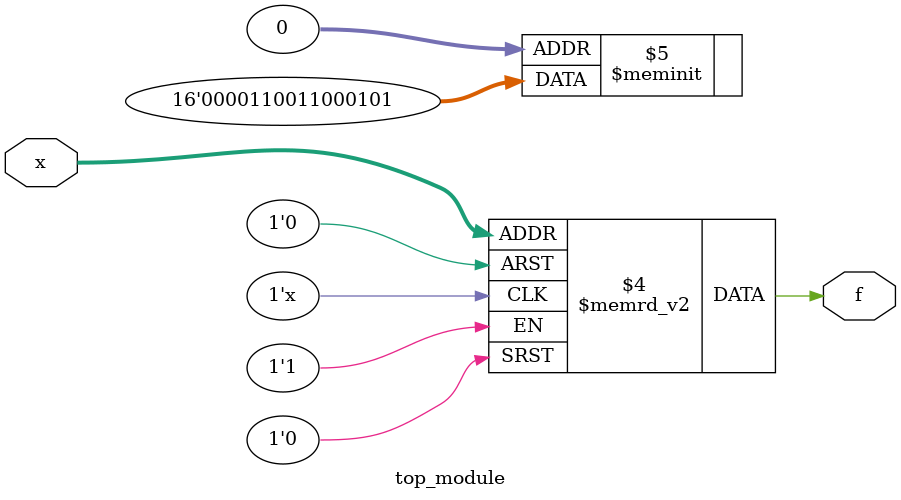
<source format=sv>
module top_module (
    input [4:1] x,
    output logic f
);

always_comb begin
    case (x)
        4'b0000: f = 1'b1;
        4'b0001: f = 1'b0;
        4'b0011: f = 1'b0;
        4'b0010: f = 1'b1;
        4'b0110: f = 1'b1;
        4'b0111: f = 1'b1;
        4'b1011: f = 1'b1;
        4'b1010: f = 1'b1;
        default: f = 1'b0;
    endcase
end

endmodule

</source>
